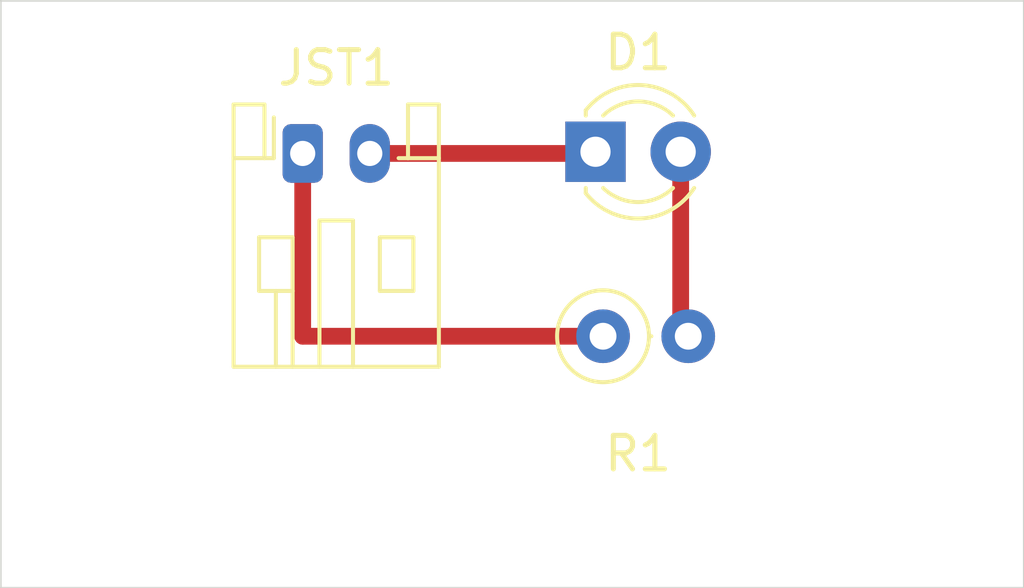
<source format=kicad_pcb>
(kicad_pcb (version 20240108) (generator "pcbnew") (generator_version "8.0")
  (layers (0 "F.Cu" signal) (31 "B.Cu" signal) (34 "B.Paste" user) (35 "F.Paste" user) (36 "B.SilkS" user "B.Silkscreen") (37 "F.SilkS" user "F.Silkscreen") (38 "B.Mask" user) (39 "F.Mask" user) (44 "Edge.Cuts" user))
  (net 0 "")
  (net 1 "Net-(D1-K)")
  (net 2 "Net-(D1-A)")
  (net 3 "Net-(JST1-Pin_1)")
  (footprint "LED_THT:LED_D3.0mm" (layer "F.Cu") (at 132.23 62)
    (property "Reference" "D1" (at 1.27 -2.96 0) (layer "F.SilkS"))
    (property "Value" "LED" (hide yes))
    (fp_line (start -0.29 -1.236) (end -0.29 -1.08) (stroke (width 0.12)) (layer "F.SilkS"))
    (fp_line (start -0.29 1.08) (end -0.29 1.236) (stroke (width 0.12)) (layer "F.SilkS"))
    (fp_arc (start -0.29 -1.235516) (mid 1.365624 -1.987701) (end 2.941397 -1.080061) (stroke (width 0.12)) (layer "F.SilkS"))
    (fp_arc (start 0.229039 -1.08) (mid 1.269965 -1.5) (end 2.31091 -1.080049) (stroke (width 0.12)) (layer "F.SilkS"))
    (fp_arc (start 2.31091 1.080049) (mid 1.269965 1.5) (end 0.229039 1.08) (stroke (width 0.12)) (layer "F.SilkS"))
    (fp_arc (start 2.941397 1.080061) (mid 1.365624 1.987701) (end -0.29 1.235516) (stroke (width 0.12)) (layer "F.SilkS"))
    (pad "1" thru_hole rect (at 0 0) (size 1.8 1.8) (drill 0.9) (layers "*.Cu" "*.Mask") (net 1 "Net-(D1-K)"))
    (pad "2" thru_hole circle (at 2.54 0) (size 1.8 1.8) (drill 0.9) (layers "*.Cu" "*.Mask") (net 2 "Net-(D1-A)"))
  )
  (footprint "Connector_JST:JST_PH_S2B-PH-K_1x02_P2.00mm_Horizontal" (layer "F.Cu") (at 123.5 62.05)
    (property "Reference" "JST1" (at 1 -2.55 0) (layer "F.SilkS"))
    (property "Value" "Conn_02x01")
    (fp_line (start -2.06 -1.46) (end -2.06 6.36) (stroke (width 0.12)) (layer "F.SilkS"))
    (fp_line (start -2.06 0.14) (end -1.14 0.14) (stroke (width 0.12)) (layer "F.SilkS"))
    (fp_line (start -2.06 6.36) (end 4.06 6.36) (stroke (width 0.12)) (layer "F.SilkS"))
    (fp_line (start -1.3 2.5) (end -1.3 4.1) (stroke (width 0.12)) (layer "F.SilkS"))
    (fp_line (start -1.3 4.1) (end -0.3 4.1) (stroke (width 0.12)) (layer "F.SilkS"))
    (fp_line (start -1.14 -1.46) (end -2.06 -1.46) (stroke (width 0.12)) (layer "F.SilkS"))
    (fp_line (start -1.14 0.14) (end -1.14 -1.46) (stroke (width 0.12)) (layer "F.SilkS"))
    (fp_line (start -0.86 0.14) (end -1.14 0.14) (stroke (width 0.12)) (layer "F.SilkS"))
    (fp_line (start -0.86 0.14) (end -0.86 -1.075) (stroke (width 0.12)) (layer "F.SilkS"))
    (fp_line (start -0.8 4.1) (end -0.8 6.36) (stroke (width 0.12)) (layer "F.SilkS"))
    (fp_line (start -0.3 2.5) (end -1.3 2.5) (stroke (width 0.12)) (layer "F.SilkS"))
    (fp_line (start -0.3 4.1) (end -0.3 2.5) (stroke (width 0.12)) (layer "F.SilkS"))
    (fp_line (start -0.3 4.1) (end -0.3 6.36) (stroke (width 0.12)) (layer "F.SilkS"))
    (fp_line (start 0.5 2) (end 1.5 2) (stroke (width 0.12)) (layer "F.SilkS"))
    (fp_line (start 0.5 6.36) (end 0.5 2) (stroke (width 0.12)) (layer "F.SilkS"))
    (fp_line (start 1.5 2) (end 1.5 6.36) (stroke (width 0.12)) (layer "F.SilkS"))
    (fp_line (start 2.3 2.5) (end 3.3 2.5) (stroke (width 0.12)) (layer "F.SilkS"))
    (fp_line (start 2.3 4.1) (end 2.3 2.5) (stroke (width 0.12)) (layer "F.SilkS"))
    (fp_line (start 3.14 -1.46) (end 3.14 0.14) (stroke (width 0.12)) (layer "F.SilkS"))
    (fp_line (start 3.14 0.14) (end 2.86 0.14) (stroke (width 0.12)) (layer "F.SilkS"))
    (fp_line (start 3.3 2.5) (end 3.3 4.1) (stroke (width 0.12)) (layer "F.SilkS"))
    (fp_line (start 3.3 4.1) (end 2.3 4.1) (stroke (width 0.12)) (layer "F.SilkS"))
    (fp_line (start 4.06 -1.46) (end 3.14 -1.46) (stroke (width 0.12)) (layer "F.SilkS"))
    (fp_line (start 4.06 0.14) (end 3.14 0.14) (stroke (width 0.12)) (layer "F.SilkS"))
    (fp_line (start 4.06 6.36) (end 4.06 -1.46) (stroke (width 0.12)) (layer "F.SilkS"))
    (pad "1" thru_hole roundrect (at 0 0) (size 1.2 1.75) (drill 0.75) (layers "*.Cu" "*.Mask") (roundrect_rratio 0.208333) (net 3 "Net-(JST1-Pin_1)"))
    (pad "2" thru_hole oval (at 2 0) (size 1.2 1.75) (drill 0.75) (layers "*.Cu" "*.Mask") (net 1 "Net-(D1-K)"))
  )
  (footprint "Resistor_THT:R_Axial_DIN0207_L6.3mm_D2.5mm_P2.54mm_Vertical" (layer "F.Cu") (at 132.455 67.5)
    (property "Reference" "R1" (at 1.045 3.5 0) (layer "F.SilkS"))
    (property "Value" "85")
    (fp_line (start 1.37 0) (end 1.44 0) (stroke (width 0.12)) (layer "F.SilkS"))
    (fp_circle (center 0 0) (end 1.37 0) (stroke (width 0.12)) (fill none) (layer "F.SilkS"))
    (pad "1" thru_hole circle (at 0 0) (size 1.6 1.6) (drill 0.8) (layers "*.Cu" "*.Mask") (net 3 "Net-(JST1-Pin_1)"))
    (pad "2" thru_hole oval (at 2.54 0) (size 1.6 1.6) (drill 0.8) (layers "*.Cu" "*.Mask") (net 2 "Net-(D1-A)"))
  )
  (gr_line (start 114.5 57.5) (end 114.5 75) (stroke (width 0.05)) (layer "Edge.Cuts"))
  (gr_line (start 145 75) (end 114.5 75) (stroke (width 0.05)) (layer "Edge.Cuts"))
  (gr_line (start 145 57.5) (end 145 75) (stroke (width 0.05)) (layer "Edge.Cuts"))
  (gr_line (start 145 57.5) (end 114.5 57.5) (stroke (width 0.05)) (layer "Edge.Cuts"))
  (segment (start 125.5 62.05) (end 132.18 62.05) (width 0.5) (layer "F.Cu") (net 1))
  (segment (start 132.18 62.05) (end 132.23 62) (width 0.5) (layer "F.Cu") (net 1))
  (segment (start 134.77 67.275) (end 134.995 67.5) (width 0.5) (layer "F.Cu") (net 2))
  (segment (start 134.77 62) (end 134.77 67.275) (width 0.5) (layer "F.Cu") (net 2))
  (segment (start 123.5 62.05) (end 123.5 67.5) (width 0.5) (layer "F.Cu") (net 3))
  (segment (start 123.5 67.5) (end 132.455 67.5) (width 0.5) (layer "F.Cu") (net 3))
)
</source>
